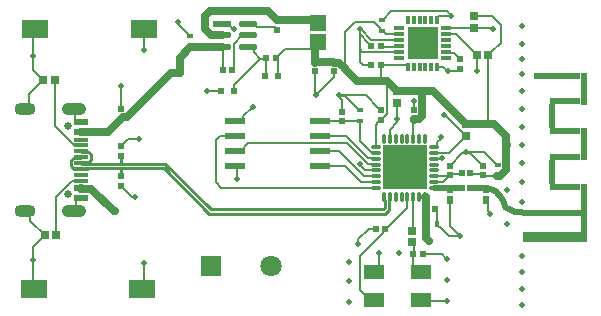
<source format=gtl>
%FSTAX23Y23*%
%MOIN*%
%SFA1B1*%

%IPPOS*%
%AMD19*
4,1,8,0.028800,0.011400,-0.028800,0.011400,-0.031700,0.008600,-0.031700,-0.008600,-0.028800,-0.011400,0.028800,-0.011400,0.031700,-0.008600,0.031700,0.008600,0.028800,0.011400,0.0*
1,1,0.005709,0.028800,0.008600*
1,1,0.005709,-0.028800,0.008600*
1,1,0.005709,-0.028800,-0.008600*
1,1,0.005709,0.028800,-0.008600*
%
%AMD39*
4,1,8,0.019300,0.011300,-0.019300,0.011300,-0.030600,0.000000,-0.030600,0.000000,-0.019300,-0.011300,0.019300,-0.011300,0.030600,0.000000,0.030600,0.000000,0.019300,0.011300,0.0*
1,1,0.022524,0.019300,0.000000*
1,1,0.022524,-0.019300,0.000000*
1,1,0.022524,-0.019300,0.000000*
1,1,0.022524,0.019300,0.000000*
%
%AMD41*
4,1,8,-0.004000,-0.015900,0.004000,-0.015900,0.005300,-0.014600,0.005300,0.014600,0.004000,0.015900,-0.004000,0.015900,-0.005300,0.014600,-0.005300,-0.014600,-0.004000,-0.015900,0.0*
1,1,0.002657,-0.004000,-0.014600*
1,1,0.002657,0.004000,-0.014600*
1,1,0.002657,0.004000,0.014600*
1,1,0.002657,-0.004000,0.014600*
%
%AMD42*
4,1,8,-0.014600,-0.005300,0.014600,-0.005300,0.015900,-0.004000,0.015900,0.004000,0.014600,0.005300,-0.014600,0.005300,-0.015900,0.004000,-0.015900,-0.004000,-0.014600,-0.005300,0.0*
1,1,0.002657,-0.014600,-0.004000*
1,1,0.002657,0.014600,-0.004000*
1,1,0.002657,0.014600,0.004000*
1,1,0.002657,-0.014600,0.004000*
%
%AMD54*
4,1,8,0.041300,0.000000,0.041300,0.000000,0.021700,0.019700,-0.021700,0.019700,-0.041300,0.000000,-0.041300,0.000000,-0.021700,-0.019700,0.021700,-0.019700,0.041300,0.000000,0.0*
1,1,0.039370,0.021700,0.000000*
1,1,0.039370,0.021700,0.000000*
1,1,0.039370,-0.021700,0.000000*
1,1,0.039370,-0.021700,0.000000*
%
%AMD55*
4,1,8,0.035400,0.000000,0.035400,0.000000,0.015700,0.019700,-0.015700,0.019700,-0.035400,0.000000,-0.035400,0.000000,-0.015700,-0.019700,0.015700,-0.019700,0.035400,0.000000,0.0*
1,1,0.039370,0.015700,0.000000*
1,1,0.039370,0.015700,0.000000*
1,1,0.039370,-0.015700,0.000000*
1,1,0.039370,-0.015700,0.000000*
%
%ADD10C,0.018700*%
%ADD11R,0.192913X0.035433*%
%ADD12R,0.019685X0.196850*%
%ADD13R,0.192913X0.019685*%
%ADD14R,0.103937X0.019685*%
%ADD15R,0.019685X0.078740*%
%ADD16R,0.019685X0.106299*%
%ADD17R,0.155118X0.019685*%
%ADD18R,0.020289X0.018601*%
G04~CAMADD=19~8~0.0~0.0~633.9~228.3~28.5~0.0~15~0.0~0.0~0.0~0.0~0~0.0~0.0~0.0~0.0~0~0.0~0.0~0.0~0.0~633.9~228.3*
%ADD19D19*%
%ADD20R,0.102362X0.106299*%
%ADD21R,0.013780X0.031496*%
%ADD22R,0.033465X0.013780*%
%ADD23R,0.026306X0.026476*%
%ADD24R,0.026476X0.026306*%
%ADD25R,0.021260X0.022835*%
%ADD26R,0.023622X0.017716*%
%ADD27R,0.022835X0.021260*%
%ADD28R,0.024409X0.025984*%
%ADD29R,0.085827X0.062992*%
%ADD30R,0.086614X0.062992*%
%ADD31R,0.023622X0.017716*%
%ADD32R,0.070866X0.047244*%
%ADD33R,0.025591X0.025591*%
%ADD34R,0.022047X0.020472*%
%ADD35R,0.057331X0.053324*%
%ADD36R,0.023622X0.021654*%
%ADD37R,0.045275X0.023622*%
%ADD38R,0.045275X0.011811*%
G04~CAMADD=39~8~0.0~0.0~612.0~225.2~112.6~0.0~15~0.0~0.0~0.0~0.0~0~0.0~0.0~0.0~0.0~0~0.0~0.0~0.0~0.0~612.0~225.2*
%ADD39D39*%
%ADD40R,0.061196X0.022525*%
G04~CAMADD=41~8~0.0~0.0~106.3~318.9~13.3~0.0~15~0.0~0.0~0.0~0.0~0~0.0~0.0~0.0~0.0~0~0.0~0.0~0.0~180.0~106.0~318.0*
%ADD41D41*%
G04~CAMADD=42~8~0.0~0.0~318.9~106.3~13.3~0.0~15~0.0~0.0~0.0~0.0~0~0.0~0.0~0.0~0.0~0~0.0~0.0~0.0~180.0~318.0~106.0*
%ADD42D42*%
%ADD43R,0.145669X0.145669*%
%ADD44R,0.018432X0.018601*%
%ADD45R,0.018701X0.019685*%
%ADD46R,0.018601X0.020289*%
%ADD47R,0.023622X0.019685*%
%ADD48R,0.017716X0.023622*%
%ADD49C,0.025000*%
%ADD50C,0.008000*%
%ADD51C,0.009000*%
%ADD52C,0.012000*%
%ADD53C,0.025591*%
G04~CAMADD=54~8~0.0~0.0~393.7~826.8~196.9~0.0~15~0.0~0.0~0.0~0.0~0~0.0~0.0~0.0~0.0~0~0.0~0.0~0.0~270.0~828.0~394.0*
%ADD54D54*%
G04~CAMADD=55~8~0.0~0.0~393.7~708.7~196.9~0.0~15~0.0~0.0~0.0~0.0~0~0.0~0.0~0.0~0.0~0~0.0~0.0~0.0~270.0~707.0~393.0*
%ADD55D55*%
%ADD56C,0.070866*%
%ADD57R,0.070866X0.070866*%
%ADD58C,0.020000*%
%ADD59C,0.019685*%
%ADD60C,0.028000*%
%ADD61C,0.050000*%
%LNpcb-1*%
%LPD*%
G54D10*
X01643Y00368D02*
D01*
X01643Y00367*
X01644Y00366*
X01645Y00365*
X01645Y00364*
X01636Y00387D02*
D01*
X01634Y0039*
X01632Y00394*
X0163Y00398*
X01628Y00401*
X01625Y00404*
X01622Y00407*
X01619Y0041*
X01616Y00412*
X01613Y00415*
X01609Y00417*
X01606Y00419*
X01602Y0042*
X01598Y00422*
X01594Y00423*
X0159Y00424*
X01586Y00424*
X01585Y00424*
X01649Y0036D02*
D01*
X01656Y00356*
X01664Y00353*
X01671Y0035*
X01678Y00348*
X01686Y00346*
X01694Y00345*
X01702Y00345*
X01704Y00344*
Y00344D02*
D01*
X01704Y00344*
X01704*
X01704*
X01704*
X01704*
X0146Y00423D02*
X01461Y00425D01*
X01499*
X01457Y00426D02*
X0146Y00423D01*
X01406Y00426D02*
X01457D01*
X0146Y00422D02*
Y00423D01*
X01577Y00425D02*
X0158Y00422D01*
X01529Y00425D02*
X01577D01*
X01636Y00387D02*
X01643Y00368D01*
X01645Y00364D02*
X01649Y0036D01*
X01704Y00344D02*
Y00344D01*
X01713Y00344D02*
X018D01*
X01704D02*
X01713D01*
X01582Y00423D02*
X01585Y00424D01*
X0158Y00422D02*
X01582Y00423D01*
G54D11*
X018Y00262D03*
G54D12*
X01906Y00342D03*
G54D13*
X018Y00344D03*
G54D14*
X01845Y00431D03*
Y0053D03*
Y00616D03*
Y00715D03*
G54D15*
X01802Y0048D03*
Y00665D03*
G54D16*
X01906Y00573D03*
Y00758D03*
G54D17*
X01819Y00801D03*
G54D18*
X015Y00425D03*
X01529D03*
Y00475D03*
X015D03*
G54D19*
X00743Y0065D03*
Y006D03*
Y0055D03*
Y005D03*
X01026D03*
Y0055D03*
Y006D03*
Y0065D03*
G54D20*
X0137Y0091D03*
G54D21*
X0132Y00831D03*
X0134D03*
X0136D03*
X01379D03*
X01399D03*
X01419D03*
X0132Y00988D03*
X0134D03*
X0136D03*
X01379D03*
X01399D03*
X01419D03*
G54D22*
X01447Y0086D03*
Y0088D03*
Y009D03*
Y00919D03*
Y00939D03*
Y00959D03*
X01292Y0086D03*
Y0088D03*
Y009D03*
Y00919D03*
Y00939D03*
Y00959D03*
G54D23*
X01589Y0087D03*
X0155D03*
X00144Y00785D03*
X00105D03*
X00149Y0027D03*
X0011D03*
G54D24*
X0154Y00999D03*
Y0096D03*
X01515Y00639D03*
Y006D03*
X01285Y00749D03*
Y0071D03*
G54D25*
X01495Y00824D03*
Y00855D03*
X0157Y00469D03*
Y005D03*
X011Y00649D03*
Y0068D03*
X0123Y00654D03*
Y00685D03*
X00885Y00954D03*
Y00985D03*
X0134Y00685D03*
Y00654D03*
X0146Y005D03*
Y00469D03*
G54D26*
X01235Y00988D03*
Y00951D03*
G54D27*
X01199Y009D03*
X0123D03*
X01199Y00835D03*
X0123D03*
X0141Y00355D03*
X01379D03*
G54D28*
X0146Y00422D03*
Y00387D03*
X0158D03*
Y00422D03*
G54D29*
X0044Y00955D03*
X00435Y0009D03*
G54D30*
X00079Y00955D03*
X00074Y0009D03*
G54D31*
X0116Y00651D03*
Y00688D03*
X00595Y00933D03*
Y00896D03*
X0162Y00503D03*
Y00466D03*
G54D32*
X01363Y00147D03*
X01206D03*
Y00052D03*
X01363D03*
G54D33*
X01335Y00245D03*
Y00284D03*
G54D34*
X01339Y00205D03*
X0137D03*
X01214Y0029D03*
X01245D03*
G54D35*
X0102Y00975D03*
Y00914D03*
G54D36*
X00365Y00466D03*
Y00433D03*
Y00533D03*
Y00566D03*
Y00658D03*
Y00691D03*
G54D37*
X00231Y00394D03*
Y00645D03*
Y00425D03*
Y00614D03*
G54D38*
X00231Y00451D03*
Y0047D03*
Y0049D03*
Y0051D03*
Y00529D03*
Y00549D03*
Y00569D03*
Y00588D03*
G54D39*
X00788Y00972D03*
Y00935D03*
Y00897D03*
X00701D03*
Y00935D03*
G54D40*
X00701Y00972D03*
G54D41*
X01378Y00591D03*
X01359D03*
X01339D03*
X01319D03*
X013D03*
X0128D03*
X0126D03*
X01241D03*
Y00398D03*
X0126D03*
X0128D03*
X013D03*
X01319D03*
X01339D03*
X01359D03*
X01378D03*
G54D42*
X01406Y00426D03*
Y00445D03*
Y00465D03*
Y00485D03*
Y00504D03*
Y00524D03*
Y00544D03*
Y00563D03*
X01213D03*
Y00544D03*
Y00524D03*
Y00504D03*
Y00485D03*
Y00465D03*
Y00445D03*
Y00426D03*
G54D43*
X0131Y00495D03*
G54D44*
X00735Y0082D03*
X00704D03*
X0088Y0086D03*
X00849D03*
G54D45*
X0074Y0075D03*
X00699D03*
G54D46*
X0101Y00815D03*
Y00844D03*
X01075Y00815D03*
Y00844D03*
G54D47*
X00886Y008D03*
X00843D03*
G54D48*
X01418Y00305D03*
X01381D03*
G54D49*
X00663Y00936D02*
X007D01*
X00645Y00955D02*
Y01D01*
Y00955D02*
X00663Y00936D01*
X01649Y0057D02*
Y00599D01*
Y00487D02*
Y0057D01*
X0123Y00782D02*
X01252D01*
X01151D02*
X0123D01*
X0101Y00844D02*
X01012Y00847D01*
X01075Y00844D02*
X0109D01*
X01072Y00847D02*
X01075Y00844D01*
X01012Y00847D02*
X01072D01*
X0109Y00844D02*
X0111Y00825D01*
X0101Y00844D02*
Y00904D01*
X0111Y00824D02*
X01151Y00782D01*
X0159Y00639D02*
X01609D01*
X01515D02*
X0159D01*
X01514D02*
X01515D01*
X0053Y00809D02*
X00559D01*
X00321Y00614D02*
X00365Y00658D01*
X0037Y00663D02*
X00384D01*
X00365Y00658D02*
X0037Y00663D01*
X00384D02*
X0053Y00809D01*
X00559D02*
X0056Y0081D01*
X01356Y00655D02*
X01368Y00666D01*
Y00749*
X01404*
X01285D02*
X01368D01*
X01404D02*
X01514Y00639D01*
X01252Y00782D02*
X01284Y00749D01*
X0134Y00654D02*
X0134Y00655D01*
X01356*
X01618Y00467D02*
X01629D01*
X01381Y00259D02*
Y00305D01*
Y00396*
Y00259D02*
X0139Y0025D01*
Y0025D02*
Y0025D01*
X01609Y00639D02*
X01649Y00599D01*
X01629Y00467D02*
X01649Y00487D01*
X01284Y00749D02*
X01285D01*
X0101Y00904D02*
X0102Y00914D01*
X00885Y00985D02*
X0101D01*
X0102Y00975*
X00855Y01015D02*
X00885Y00985D01*
X0066Y01015D02*
X00855D01*
X00645Y01D02*
X0066Y01015D01*
X00596Y00897D02*
X00701D01*
X00595Y00895D02*
Y00896D01*
X0056Y00861D02*
X00595Y00895D01*
X0056Y0081D02*
Y00861D01*
X0056Y0081D02*
X0056Y0081D01*
X01378Y00398D02*
X01381Y00396D01*
X0034Y0035D02*
X00345D01*
X00265Y00424D02*
X0034Y0035D01*
X00232Y00424D02*
X00265D01*
X00231Y00425D02*
X00232Y00424D01*
X00231Y00614D02*
X00321D01*
G54D50*
X0158Y00387D02*
X01588Y00379D01*
Y0035D02*
Y00379D01*
Y0035D02*
X01595Y00343D01*
Y0034D02*
Y00343D01*
X0146Y003D02*
Y00387D01*
Y003D02*
X01495Y00265D01*
X01567Y00472D02*
X01571Y00467D01*
X01529Y00475D02*
X01532Y00472D01*
X01567*
X01497D02*
X015Y00475D01*
X01462Y00472D02*
X01497D01*
X0146Y00469D02*
X01462Y00472D01*
X0068Y00445D02*
X00698Y00426D01*
X0068Y00445D02*
Y00585D01*
X00695Y006*
X00743*
X01183Y00426D02*
D01*
X00698D02*
X01183D01*
X01213D01*
X01091Y0055D02*
X01175Y00465D01*
X0077Y00665D02*
X00803Y00698D01*
X00762Y0065D02*
X0077Y00657D01*
Y00665*
X01026Y0065D02*
X01103D01*
X0111Y005D02*
X01164Y00445D01*
X01213*
X00763Y0055D02*
X00788Y00575D01*
X01119*
X01113Y006D02*
X01187Y00525D01*
X01119Y00575D02*
X01188Y00506D01*
X01026Y0055D02*
X01091D01*
X00743Y005D02*
X0075Y00493D01*
Y00455D02*
Y00493D01*
X01026Y006D02*
X01113D01*
X00743Y0065D02*
X00762D01*
X01026Y005D02*
X0111D01*
X00743Y0055D02*
X00763D01*
X01212Y00525D02*
X01213Y00524D01*
X01187Y00525D02*
X01212D01*
Y00506D02*
X01213Y00504D01*
X01188Y00506D02*
X01212D01*
X01175Y00465D02*
X01213D01*
X01145Y0098D02*
X01206D01*
X0111Y00824D02*
Y00945D01*
X01145Y0098*
X01227Y00956D02*
X01232Y00951D01*
X01227Y00956D02*
Y00959D01*
X01206Y0098D02*
X01227Y00959D01*
X01232Y00951D02*
X01237D01*
X01198Y009D02*
X01199D01*
X0116Y00939D02*
X01192Y00907D01*
Y00906D02*
X01198Y009D01*
X01192Y00906D02*
Y00907D01*
X0116Y00955D02*
X01163D01*
X01198Y00919*
X01292*
X0116Y0089D02*
Y00955D01*
X01589Y0087D02*
X01598Y00879D01*
X01599D02*
X0163Y0091D01*
X01589Y0064D02*
Y0087D01*
X0163Y0091D02*
Y0097D01*
X01598Y00879D02*
X01599D01*
X01161Y00503D02*
Y00506D01*
Y00503D02*
X01179Y00485D01*
X016Y00999D02*
X0163Y0097D01*
X0154Y00999D02*
X016D01*
X01601Y00955D02*
X01605D01*
X01596Y0096D02*
X01601Y00955D01*
X0154Y0096D02*
X01596D01*
X01237Y00988D02*
X01264Y01015D01*
X0145D02*
X01465Y01D01*
X01264Y01015D02*
X0145D01*
X01419Y00988D02*
Y00996D01*
X01422Y00999D02*
X01464D01*
X01419Y00996D02*
X01422Y00999D01*
X01464D02*
X01465Y01D01*
X01169Y0088D02*
X01247D01*
X01247Y0088*
X01292*
X01447Y00939D02*
X0148D01*
X0155Y0087*
X01419Y00831D02*
X01438D01*
X01455Y00815*
X01249Y00939D02*
X01292D01*
X01237Y00951D02*
X01249Y00939D01*
X01232Y00897D02*
X01289D01*
X0123Y00835D02*
X01317D01*
X01473Y00877D02*
X01495Y00856D01*
X0145Y00877D02*
X01473D01*
X01447Y0088D02*
X0145Y00877D01*
X01447Y00959D02*
X01538D01*
X01289Y00897D02*
X01292Y009D01*
X01317Y00835D02*
X0132Y00832D01*
Y00831D02*
Y00832D01*
X0123Y009D02*
X01232Y00897D01*
X01538Y00959D02*
X0154Y0096D01*
X01495Y00855D02*
Y00856D01*
X0155Y0087D02*
Y0087D01*
X0116Y0089D02*
X01169Y0088D01*
X0116Y00845D02*
X0117Y00835D01*
X0116Y00845D02*
Y0089D01*
X0117Y00835D02*
X01199D01*
X0123Y00782D02*
X0123Y00782D01*
Y00835*
X01235Y00988D02*
X01237D01*
X01589Y0064D02*
X0159Y00639D01*
X01488Y00817D02*
X01495Y00823D01*
Y00824*
X01457Y00817D02*
X01488D01*
X01455Y00815D02*
X01457Y00817D01*
X01512Y00597D02*
X01514Y006D01*
X0144Y0067D02*
X01442Y00667D01*
X01447D02*
X01514Y006D01*
X01442Y00667D02*
X01447D01*
X01458Y00544D02*
X01512Y00597D01*
X0155Y00815D02*
Y00869D01*
X0155Y0087*
X01406Y00524D02*
X01434D01*
X01435Y00525*
X01406Y00524D02*
X01406Y00524D01*
X01418Y00565D02*
Y0058D01*
X0143Y00591*
X01406Y00563D02*
X01417D01*
X01418Y00565*
X0143Y00591D02*
Y00595D01*
X0134Y00685D02*
Y00715D01*
X01223Y00647D02*
X0123Y00653D01*
X01213Y00638D02*
X01222Y00647D01*
X0123Y00653D02*
Y00655D01*
X01222Y00647D02*
X01223D01*
X01213Y00563D02*
Y00638D01*
X01252Y00672D02*
Y00782D01*
X0065Y0075D02*
X00699D01*
X00365Y00433D02*
X00401Y00397D01*
X00407*
X0041Y00395*
X00365Y00433D02*
X00365D01*
X00389Y0059D02*
X00425D01*
X00365Y00566D02*
X00365D01*
X00389Y0059*
X00365Y00691D02*
Y00765D01*
X01075Y00795D02*
Y00815D01*
X01015Y00735D02*
X01075Y00795D01*
X0101Y00743D02*
X01015Y00738D01*
Y00735D02*
Y00738D01*
X0101Y00743D02*
Y00815D01*
X01433Y00205D02*
X01448Y0019D01*
X0145*
X0137Y00205D02*
X01433D01*
X01155Y00255D02*
X0119Y0029D01*
X01214*
X01155Y0024D02*
Y00255D01*
X01155Y0024D02*
X01155Y0024D01*
X01575Y00545D02*
X01617Y00503D01*
X01515Y00545D02*
X01575D01*
X01617Y00503D02*
X0162D01*
X01528Y00542D02*
X0157Y00501D01*
Y005D02*
Y00501D01*
X01517Y00542D02*
X01528D01*
X01515Y00545D02*
X01517Y00542D01*
X01501D02*
X01512D01*
X01515Y00545*
X0146Y005D02*
Y00501D01*
X01501Y00542*
X01411Y00355D02*
X01417Y00348D01*
Y00344D02*
X01418Y00343D01*
X01417Y00344D02*
Y00348D01*
X0141Y00355D02*
X01411D01*
X01418Y00302D02*
Y00343D01*
X01458Y00265D02*
X01495D01*
X01418Y00302D02*
X01423Y00297D01*
X01426*
X01458Y00265*
X0007Y0082D02*
X00105Y00785D01*
Y00785D02*
Y00785D01*
X0007Y0082D02*
Y00865D01*
Y00945*
X00079Y00955*
X0007Y00094D02*
X00074Y0009D01*
X0007Y00094D02*
Y00185D01*
Y00229D02*
X0011Y00269D01*
X0007Y00185D02*
Y00229D01*
X0011Y00269D02*
Y0027D01*
X00721Y00972D02*
X00738Y00955D01*
X0074*
X00701Y00972D02*
X00721D01*
X00587Y00938D02*
Y00941D01*
X00557Y00971D02*
Y00977D01*
X00592Y00933D02*
X00595D01*
X00587Y00938D02*
X00592Y00933D01*
X00555Y0098D02*
X00557Y00977D01*
Y00971D02*
X00587Y00941D01*
X011Y00734D02*
X0111D01*
X0109D02*
X011D01*
X011Y00735D02*
X0118D01*
X011Y00734D02*
X011Y00735D01*
X0123Y00685D02*
Y00686D01*
X01223Y00692D02*
X0123Y00686D01*
X01222Y00692D02*
X01223D01*
X0118Y00735D02*
X01222Y00692D01*
X01157Y00688D02*
X0116D01*
X0111Y00734D02*
X01157Y00688D01*
X0109Y00735D02*
X0109Y00734D01*
X011Y0068D02*
Y00721D01*
X0109Y00731D02*
X011Y00721D01*
X0109Y00731D02*
Y00735D01*
X01339Y00591D02*
X01339Y00591D01*
Y00654D02*
X0134Y00654D01*
X01339Y00591D02*
Y00654D01*
X0123Y00655D02*
X01236Y00662D01*
X01241*
X01252Y00672*
X01285Y00655D02*
Y0071D01*
Y00645D02*
Y00655D01*
X0044Y00094D02*
Y00175D01*
X00435Y0009D02*
X0044Y00094D01*
Y00954D02*
X0044Y00955D01*
X0044Y00885D02*
Y00954D01*
X0126Y00591D02*
Y0062D01*
X01285Y00645*
X01406Y00544D02*
X01458D01*
X01571Y00467D02*
X01618D01*
X01456Y00465D02*
X0146Y00468D01*
X01406Y00465D02*
X01455D01*
X01436Y00445D02*
X01456Y00465D01*
X01407Y00445D02*
X01436D01*
X01406Y00445D02*
X01407Y00445D01*
X0146Y00468D02*
Y00469D01*
X00997Y00891D02*
X0101Y00904D01*
X00843Y008D02*
X00849Y00805D01*
Y0086*
X00828Y00858D02*
X00848D01*
X00828D02*
D01*
X00848D02*
X00849Y0086D01*
X00807Y0088D02*
X00828Y00858D01*
X008Y00897D02*
X00807Y0089D01*
Y0088D02*
Y0089D01*
X00788Y00897D02*
X008D01*
X00828Y00858D02*
D01*
X0074Y0075D02*
Y0077D01*
X00828Y00858*
X0088Y0086D02*
X00912Y00891D01*
X00997*
X0088Y0086D02*
X00886D01*
Y008D02*
Y0086D01*
X00811Y00972D02*
X00819Y00964D01*
X00873D02*
X00876Y00962D01*
X00878*
X00885Y00954D02*
Y00955D01*
X00788Y00972D02*
X00811D01*
X00819Y00964D02*
X00873D01*
X00878Y00962D02*
X00885Y00955D01*
X00735Y0082D02*
X0074Y00825D01*
Y00888D02*
X00741Y00889D01*
X0074Y00825D02*
Y00888D01*
X00741Y00907D02*
X00768Y00935D01*
X00741Y00889D02*
Y00907D01*
X00768Y00935D02*
X00788D01*
X00701Y00897D02*
X00704Y00895D01*
Y0082D02*
Y00895D01*
X01103Y0065D02*
X01159D01*
X01103Y0065D02*
X01103Y0065D01*
X01159D02*
X0116Y00651D01*
Y00584D02*
Y00651D01*
Y00584D02*
X01198Y00545D01*
X01212*
X01213Y00544*
X00208Y0069D02*
X00212Y00686D01*
X0022Y00645D02*
X00231D01*
X00212Y00653D02*
Y00686D01*
Y00653D02*
X0022Y00645D01*
X00215Y00356D02*
Y00386D01*
X00222Y00394D02*
X00231D01*
X00208Y00349D02*
X00215Y00356D01*
Y00386D02*
X00222Y00394D01*
X00062Y00318D02*
X0011Y0027D01*
X00062Y00318D02*
Y00335D01*
X00047Y00349D02*
X00062Y00335D01*
X0011Y0027D02*
Y0027D01*
X00044Y00349D02*
X00047D01*
X00229Y00449D02*
X00231Y00451D01*
X00149Y00397D02*
X00201Y00449D01*
X00229*
X00149Y0027D02*
Y00397D01*
X00059Y00704D02*
Y00739D01*
X00105Y00785*
X00044Y0069D02*
X00045D01*
X00059Y00704*
X00144Y00634D02*
X00207Y00571D01*
X00229*
X00144Y00634D02*
Y00785D01*
X00229Y00571D02*
X00231Y00569D01*
X01363Y00052D02*
X01366Y0005D01*
X0145*
X01225Y00165D02*
Y0021D01*
X01206Y00147D02*
X01225Y00165D01*
X01179Y00485D02*
X01213D01*
X01335Y00245D02*
X0134Y0024D01*
X01339Y00205D02*
X0134Y00205D01*
Y0024*
X01339Y00166D02*
Y00205D01*
Y00166D02*
X0134Y00166D01*
X01344*
X01363Y00147*
X01339Y00289D02*
Y00398D01*
X01335Y00284D02*
X01339Y00289D01*
X01161Y00085D02*
Y00201D01*
X01194Y00052D02*
X01206D01*
X01161Y00085D02*
X01194Y00052D01*
X01239Y00285D02*
X01245D01*
X01238Y00283D02*
X01239Y00285D01*
X01238Y00278D02*
Y00283D01*
X01161Y00201D02*
X01238Y00278D01*
X01245Y00285D02*
X01319Y00359D01*
Y00398*
G54D51*
X00512Y00507D02*
X00664Y00355D01*
X01238*
X00658Y00341D02*
X01244D01*
X00365Y00493D02*
X00506D01*
X00658Y00341*
X00365Y00507D02*
X00512D01*
X01244Y00341D02*
X01257Y00354D01*
Y00385*
X01243Y0036D02*
Y00385D01*
X01238Y00355D02*
X01243Y0036D01*
X00365Y00507D02*
Y00533D01*
Y00466D02*
Y00493D01*
X00253D02*
X00365D01*
X00253Y00507D02*
X00365D01*
X01241Y00387D02*
Y00398D01*
Y00387D02*
X01243Y00385D01*
X00252Y00491D02*
X00253Y00493D01*
X00232Y00491D02*
X00252D01*
X00231Y0049D02*
X00232Y00491D01*
X0126Y00387D02*
Y00398D01*
X01257Y00385D02*
X0126Y00387D01*
X00229Y00491D02*
X00231Y0049D01*
X00207Y00491D02*
X00229D01*
X00199Y005D02*
X00207Y00491D01*
X00199Y005D02*
Y00519D01*
X00207Y00528*
X00229*
X00231Y00529*
Y00549D02*
X00232Y00548D01*
X00255*
X00263Y00539*
Y0052D02*
Y00539D01*
X00255Y00511D02*
X00263Y0052D01*
X00231Y0051D02*
X00232Y00508D01*
X00252*
X00253Y00507*
G54D52*
X01359Y00398D02*
X01378D01*
G54D53*
X00189Y00406D03*
Y00633D03*
G54D54*
X00208Y00349D03*
Y0069D03*
G54D55*
X00044Y00349D03*
Y0069D03*
G54D56*
X00865Y00165D03*
G54D57*
X00665Y00165D03*
G54D58*
X0165Y0042D03*
X017Y0038D03*
X0165Y00305D03*
X017Y002D03*
X01715Y00265D03*
X0116Y00955D03*
X01161Y00506D03*
X01257Y00495D03*
X01263Y0054D03*
X01258Y0044D03*
X01605Y00955D03*
X01465Y01D03*
X01455Y00815D03*
X0144Y0067D03*
X0155Y00815D03*
X01435Y00525D03*
X0143Y00595D03*
X0134Y00715D03*
X0065Y0075D03*
X017Y00965D03*
Y00035D03*
Y0009D03*
Y00145D03*
Y00905D03*
Y00855D03*
Y00805D03*
Y0075D03*
Y0069D03*
Y0063D03*
Y0057D03*
Y0051D03*
X01595Y0034D03*
X01308Y0044D03*
X01358Y00445D03*
Y00495D03*
Y0054D03*
X01308D03*
X017Y00445D03*
X00425Y0059D03*
X0041Y00395D03*
X00365Y00765D03*
X01015Y00735D03*
X01515Y00545D03*
X01495Y00265D03*
X0109Y00735D03*
X0074Y00955D03*
X00555Y0098D03*
X0007Y00865D03*
Y00185D03*
X0075Y00455D03*
X01155Y0024D03*
X01285Y00655D03*
X0044Y00175D03*
Y00885D03*
X00803Y00698D03*
X0129Y0021D03*
X01125Y0018D03*
Y00115D03*
Y00045D03*
X0145Y0019D03*
Y0012D03*
Y0005D03*
X01225Y0021D03*
G54D59*
X01391Y00931D03*
Y00888D03*
X01348D03*
Y00931D03*
G54D60*
X0056Y0081D03*
X0165Y0057D03*
X0139Y0025D03*
X00345Y0035D03*
G54D61*
X0131Y00495D03*
M02*
</source>
